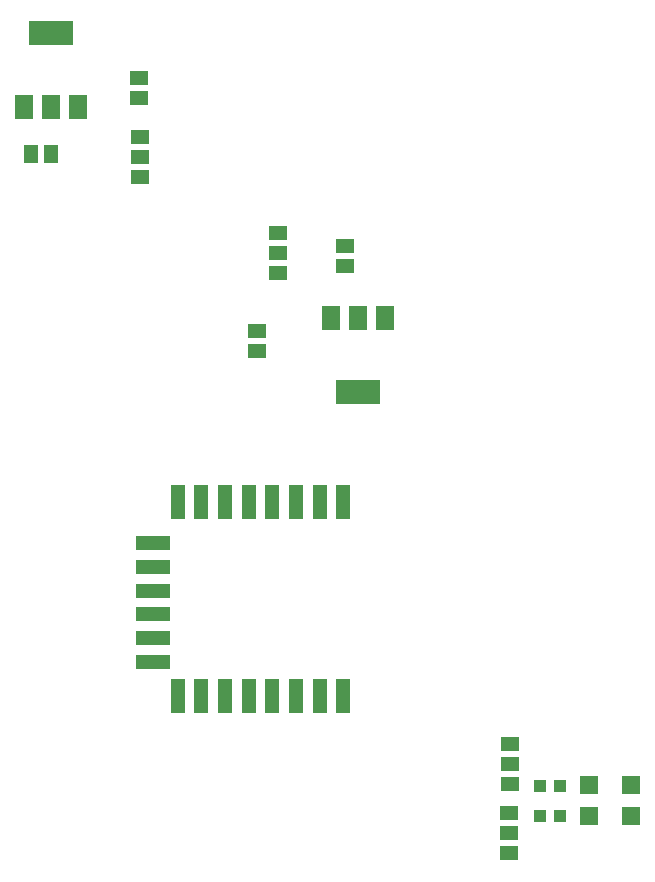
<source format=gtp>
G75*
%MOIN*%
%OFA0B0*%
%FSLAX25Y25*%
%IPPOS*%
%LPD*%
%AMOC8*
5,1,8,0,0,1.08239X$1,22.5*
%
%ADD10R,0.05906X0.05118*%
%ADD11R,0.05118X0.05906*%
%ADD12R,0.05900X0.07900*%
%ADD13R,0.15000X0.07900*%
%ADD14R,0.05906X0.05906*%
%ADD15R,0.03937X0.04331*%
%ADD16R,0.04724X0.11811*%
%ADD17R,0.11811X0.04724*%
D10*
X0349169Y0264701D03*
X0349169Y0271394D03*
X0356216Y0290646D03*
X0356216Y0297339D03*
X0356216Y0304031D03*
X0378499Y0299740D03*
X0378499Y0293047D03*
X0310271Y0322811D03*
X0310271Y0329504D03*
X0310271Y0336197D03*
X0309838Y0348953D03*
X0309838Y0355646D03*
X0433539Y0133638D03*
X0433539Y0126945D03*
X0433539Y0120252D03*
X0433342Y0110646D03*
X0433342Y0103953D03*
X0433342Y0097260D03*
D11*
X0280547Y0330409D03*
X0273854Y0330409D03*
D12*
X0271765Y0345883D03*
X0280765Y0345883D03*
X0289765Y0345883D03*
X0373966Y0275841D03*
X0382966Y0275841D03*
X0391966Y0275841D03*
D13*
X0383066Y0251041D03*
X0280665Y0370683D03*
D14*
X0460074Y0120134D03*
X0473854Y0120134D03*
X0473854Y0109543D03*
X0460074Y0109543D03*
D15*
X0450310Y0109543D03*
X0443617Y0109543D03*
X0443617Y0119740D03*
X0450310Y0119740D03*
D16*
X0377987Y0149780D03*
X0370113Y0149780D03*
X0362239Y0149780D03*
X0354365Y0149780D03*
X0346491Y0149780D03*
X0338617Y0149780D03*
X0330743Y0149780D03*
X0322869Y0149780D03*
X0322869Y0214346D03*
X0330743Y0214346D03*
X0338617Y0214346D03*
X0346491Y0214346D03*
X0354365Y0214346D03*
X0362239Y0214346D03*
X0370113Y0214346D03*
X0377987Y0214346D03*
D17*
X0314602Y0161197D03*
X0314602Y0169071D03*
X0314602Y0176945D03*
X0314602Y0184819D03*
X0314602Y0192693D03*
X0314602Y0200567D03*
M02*

</source>
